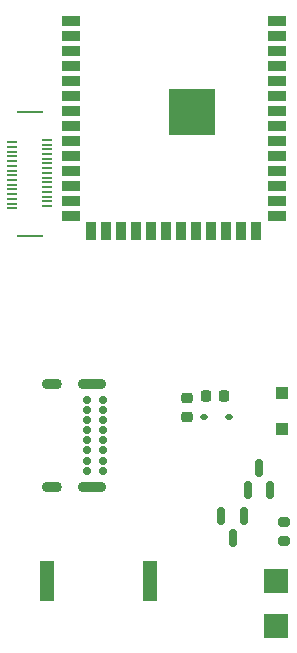
<source format=gbr>
%TF.GenerationSoftware,KiCad,Pcbnew,9.0.6-1.fc42*%
%TF.CreationDate,2025-11-23T12:28:42-08:00*%
%TF.ProjectId,MainBoard,4d61696e-426f-4617-9264-2e6b69636164,rev?*%
%TF.SameCoordinates,Original*%
%TF.FileFunction,Soldermask,Bot*%
%TF.FilePolarity,Negative*%
%FSLAX46Y46*%
G04 Gerber Fmt 4.6, Leading zero omitted, Abs format (unit mm)*
G04 Created by KiCad (PCBNEW 9.0.6-1.fc42) date 2025-11-23 12:28:42*
%MOMM*%
%LPD*%
G01*
G04 APERTURE LIST*
G04 Aperture macros list*
%AMRoundRect*
0 Rectangle with rounded corners*
0 $1 Rounding radius*
0 $2 $3 $4 $5 $6 $7 $8 $9 X,Y pos of 4 corners*
0 Add a 4 corners polygon primitive as box body*
4,1,4,$2,$3,$4,$5,$6,$7,$8,$9,$2,$3,0*
0 Add four circle primitives for the rounded corners*
1,1,$1+$1,$2,$3*
1,1,$1+$1,$4,$5*
1,1,$1+$1,$6,$7*
1,1,$1+$1,$8,$9*
0 Add four rect primitives between the rounded corners*
20,1,$1+$1,$2,$3,$4,$5,0*
20,1,$1+$1,$4,$5,$6,$7,0*
20,1,$1+$1,$6,$7,$8,$9,0*
20,1,$1+$1,$8,$9,$2,$3,0*%
G04 Aperture macros list end*
%ADD10RoundRect,0.150000X-0.150000X0.587500X-0.150000X-0.587500X0.150000X-0.587500X0.150000X0.587500X0*%
%ADD11RoundRect,0.112500X0.187500X0.112500X-0.187500X0.112500X-0.187500X-0.112500X0.187500X-0.112500X0*%
%ADD12R,2.000000X2.000000*%
%ADD13R,1.000000X1.000000*%
%ADD14R,1.500000X0.900000*%
%ADD15R,0.900000X1.500000*%
%ADD16C,0.600000*%
%ADD17R,3.900000X3.900000*%
%ADD18RoundRect,0.200000X-0.275000X0.200000X-0.275000X-0.200000X0.275000X-0.200000X0.275000X0.200000X0*%
%ADD19RoundRect,0.218750X0.256250X-0.218750X0.256250X0.218750X-0.256250X0.218750X-0.256250X-0.218750X0*%
%ADD20C,0.700000*%
%ADD21O,1.700000X0.900000*%
%ADD22O,2.400000X0.900000*%
%ADD23RoundRect,0.150000X0.150000X-0.587500X0.150000X0.587500X-0.150000X0.587500X-0.150000X-0.587500X0*%
%ADD24RoundRect,0.225000X0.225000X0.250000X-0.225000X0.250000X-0.225000X-0.250000X0.225000X-0.250000X0*%
%ADD25R,1.300000X3.400000*%
%ADD26RoundRect,0.030000X0.419999X-0.070000X0.419999X0.070000X-0.419999X0.070000X-0.419999X-0.070000X0*%
%ADD27RoundRect,0.030000X1.029999X-0.070000X1.029999X0.070000X-1.029999X0.070000X-1.029999X-0.070000X0*%
G04 APERTURE END LIST*
D10*
%TO.C,Q3*%
X82754047Y-98549400D03*
X84654047Y-98549400D03*
X83704047Y-100424401D03*
%TD*%
D11*
%TO.C,D4*%
X83375000Y-90175000D03*
X81275000Y-90175000D03*
%TD*%
D12*
%TO.C,+1*%
X87345600Y-104036000D03*
%TD*%
D13*
%TO.C,I2C_DAT1*%
X87909400Y-91211400D03*
%TD*%
D12*
%TO.C,-1*%
X87356431Y-107829532D03*
%TD*%
D13*
%TO.C,I2C_CLK1*%
X87909400Y-88161400D03*
%TD*%
D14*
%TO.C,U1*%
X87480000Y-56640000D03*
X87480000Y-57910000D03*
X87480000Y-59180000D03*
X87480000Y-60450000D03*
X87480000Y-61720000D03*
X87480000Y-62990000D03*
X87480000Y-64260000D03*
X87480000Y-65530000D03*
X87480000Y-66800000D03*
X87480000Y-68070000D03*
X87480000Y-69340000D03*
X87480000Y-70610000D03*
X87480000Y-71880000D03*
X87480000Y-73150000D03*
D15*
X85715000Y-74400000D03*
X84445000Y-74400000D03*
X83175000Y-74400000D03*
X81905000Y-74400000D03*
X80635000Y-74400000D03*
X79365000Y-74400000D03*
X78095000Y-74400000D03*
X76825000Y-74400000D03*
X75555000Y-74400000D03*
X74285000Y-74400000D03*
X73015000Y-74400000D03*
X71745000Y-74400000D03*
D14*
X69980000Y-73150000D03*
X69980000Y-71880000D03*
X69980000Y-70610000D03*
X69980000Y-69340000D03*
X69980000Y-68070000D03*
X69980000Y-66800000D03*
X69980000Y-65530000D03*
X69980000Y-64260000D03*
X69980000Y-62990000D03*
X69980000Y-61720000D03*
X69980000Y-60450000D03*
X69980000Y-59180000D03*
X69980000Y-57910000D03*
X69980000Y-56640000D03*
D16*
X81630000Y-65060000D03*
X81630000Y-63660000D03*
X80930000Y-65760000D03*
X80930000Y-64360000D03*
X80930000Y-62960000D03*
X80230000Y-65060000D03*
D17*
X80230000Y-64360000D03*
D16*
X80230000Y-63660000D03*
X79530000Y-65760000D03*
X79530000Y-64360000D03*
X79530000Y-62960000D03*
X78830000Y-65060000D03*
X78830000Y-63660000D03*
%TD*%
D18*
%TO.C,R13*%
X88050000Y-99025000D03*
X88050000Y-100675000D03*
%TD*%
D19*
%TO.C,D3*%
X79850000Y-90150000D03*
X79850000Y-88574998D03*
%TD*%
D20*
%TO.C,J3*%
X72752964Y-94700000D03*
X72752964Y-93850000D03*
X72752964Y-93000000D03*
X72752964Y-92150000D03*
X72752964Y-91300000D03*
X72752964Y-90450000D03*
X72752964Y-89600000D03*
X72752964Y-88750000D03*
X71402964Y-88750000D03*
X71402964Y-89600000D03*
X71402964Y-90450000D03*
X71402964Y-91300000D03*
X71402964Y-92150000D03*
X71402964Y-93000000D03*
X71402964Y-93850000D03*
X71402964Y-94700000D03*
D21*
X68392964Y-96050000D03*
D22*
X71772964Y-96050000D03*
D21*
X68392964Y-87400000D03*
D22*
X71772964Y-87400000D03*
%TD*%
D23*
%TO.C,Q2*%
X86900000Y-96375001D03*
X85000000Y-96375001D03*
X85950000Y-94500000D03*
%TD*%
D24*
%TO.C,C12*%
X82975000Y-88400000D03*
X81425000Y-88400000D03*
%TD*%
D25*
%TO.C,BZ1*%
X67975001Y-104050000D03*
X76674999Y-104050000D03*
%TD*%
D26*
%TO.C,J2*%
X65050000Y-72500000D03*
X65050000Y-72100000D03*
X65050000Y-71700000D03*
X65050000Y-71300000D03*
X65050000Y-70900000D03*
X65050000Y-70500000D03*
X65050000Y-70100000D03*
X65050000Y-69700000D03*
X65050000Y-69300000D03*
X65050000Y-68900000D03*
X65050000Y-68500000D03*
X65050000Y-68100000D03*
X65050000Y-67700000D03*
X65050000Y-67300000D03*
X65050000Y-66900000D03*
X67950000Y-72300000D03*
X67950000Y-71900000D03*
X67950000Y-71500000D03*
X67950000Y-71100000D03*
X67950000Y-70700000D03*
X67950000Y-70300000D03*
X67950000Y-69900000D03*
X67950000Y-69500000D03*
X67950000Y-69100000D03*
X67950000Y-68700000D03*
X67950000Y-68300000D03*
X67950000Y-67900000D03*
X67950000Y-67500000D03*
X67950000Y-67100000D03*
X67950000Y-66700000D03*
D27*
X66500000Y-74850000D03*
X66500000Y-64350000D03*
%TD*%
M02*

</source>
